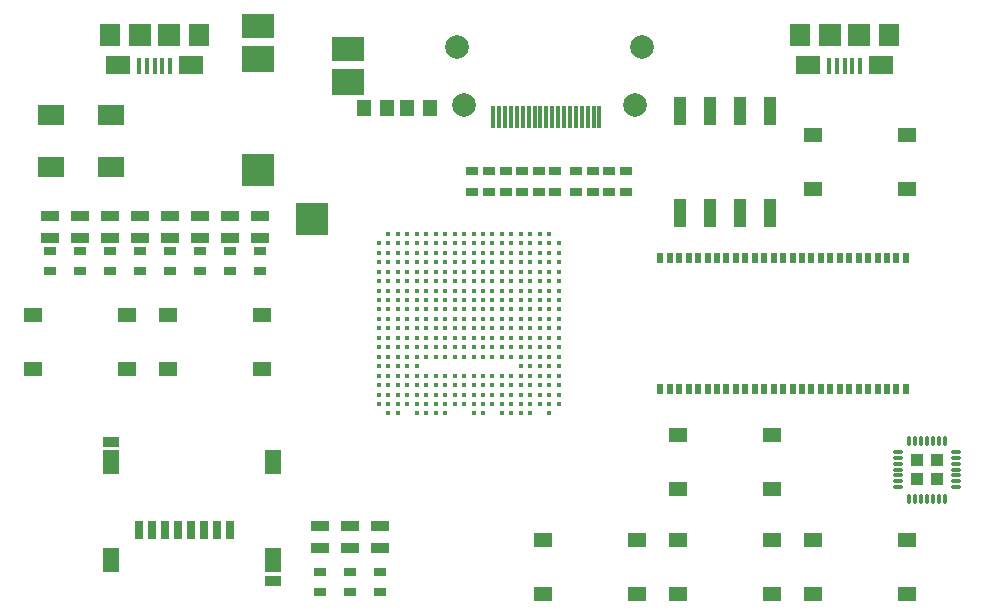
<source format=gtp>
G04 #@! TF.GenerationSoftware,KiCad,Pcbnew,5.0.0+dfsg1-1*
G04 #@! TF.CreationDate,2018-08-07T20:15:31+02:00*
G04 #@! TF.ProjectId,ulx3s,756C7833732E6B696361645F70636200,rev?*
G04 #@! TF.SameCoordinates,Original*
G04 #@! TF.FileFunction,Paste,Top*
G04 #@! TF.FilePolarity,Positive*
%FSLAX46Y46*%
G04 Gerber Fmt 4.6, Leading zero omitted, Abs format (unit mm)*
G04 Created by KiCad (PCBNEW 5.0.0+dfsg1-1) date Tue Aug  7 20:15:31 2018*
%MOMM*%
%LPD*%
G01*
G04 APERTURE LIST*
%ADD10C,0.400000*%
%ADD11R,0.300000X1.900000*%
%ADD12C,2.000000*%
%ADD13R,1.120000X2.440000*%
%ADD14R,0.560000X0.900000*%
%ADD15O,0.850000X0.300000*%
%ADD16O,0.300000X0.850000*%
%ADD17R,1.005000X1.005000*%
%ADD18R,2.800000X2.000000*%
%ADD19R,2.800000X2.200000*%
%ADD20R,2.800000X2.800000*%
%ADD21R,0.700000X1.500000*%
%ADD22R,1.450000X0.900000*%
%ADD23R,1.450000X2.000000*%
%ADD24R,2.200000X1.800000*%
%ADD25R,1.000000X0.670000*%
%ADD26R,1.500000X0.970000*%
%ADD27R,1.295000X1.400000*%
%ADD28R,1.800000X1.900000*%
%ADD29R,0.400000X1.350000*%
%ADD30R,1.900000X1.900000*%
%ADD31R,2.100000X1.600000*%
%ADD32R,1.550000X1.300000*%
G04 APERTURE END LIST*
D10*
G04 #@! TO.C,U1*
X145280000Y-95400000D03*
X143680000Y-95400000D03*
X142880000Y-95400000D03*
X142080000Y-95400000D03*
X141280000Y-95400000D03*
X139680000Y-95400000D03*
X138880000Y-95400000D03*
X136480000Y-95400000D03*
X135680000Y-95400000D03*
X134880000Y-95400000D03*
X134080000Y-95400000D03*
X132480000Y-95400000D03*
X131680000Y-95400000D03*
X146080000Y-94600000D03*
X145280000Y-94600000D03*
X144480000Y-94600000D03*
X143680000Y-94600000D03*
X142880000Y-94600000D03*
X142080000Y-94600000D03*
X141280000Y-94600000D03*
X140480000Y-94600000D03*
X139680000Y-94600000D03*
X138880000Y-94600000D03*
X138080000Y-94600000D03*
X137280000Y-94600000D03*
X136480000Y-94600000D03*
X135680000Y-94600000D03*
X134880000Y-94600000D03*
X134080000Y-94600000D03*
X133280000Y-94600000D03*
X132480000Y-94600000D03*
X131680000Y-94600000D03*
X130880000Y-94600000D03*
X146080000Y-93800000D03*
X145280000Y-93800000D03*
X144480000Y-93800000D03*
X143680000Y-93800000D03*
X142880000Y-93800000D03*
X142080000Y-93800000D03*
X141280000Y-93800000D03*
X140480000Y-93800000D03*
X139680000Y-93800000D03*
X138880000Y-93800000D03*
X138080000Y-93800000D03*
X137280000Y-93800000D03*
X136480000Y-93800000D03*
X135680000Y-93800000D03*
X134880000Y-93800000D03*
X134080000Y-93800000D03*
X133280000Y-93800000D03*
X132480000Y-93800000D03*
X131680000Y-93800000D03*
X130880000Y-93800000D03*
X146080000Y-93000000D03*
X145280000Y-93000000D03*
X144480000Y-93000000D03*
X143680000Y-93000000D03*
X142880000Y-93000000D03*
X142080000Y-93000000D03*
X141280000Y-93000000D03*
X140480000Y-93000000D03*
X139680000Y-93000000D03*
X138880000Y-93000000D03*
X138080000Y-93000000D03*
X137280000Y-93000000D03*
X136480000Y-93000000D03*
X135680000Y-93000000D03*
X134880000Y-93000000D03*
X134080000Y-93000000D03*
X133280000Y-93000000D03*
X132480000Y-93000000D03*
X131680000Y-93000000D03*
X130880000Y-93000000D03*
X146080000Y-92200000D03*
X145280000Y-92200000D03*
X144480000Y-92200000D03*
X143680000Y-92200000D03*
X142880000Y-92200000D03*
X142080000Y-92200000D03*
X141280000Y-92200000D03*
X140480000Y-92200000D03*
X139680000Y-92200000D03*
X138880000Y-92200000D03*
X138080000Y-92200000D03*
X137280000Y-92200000D03*
X136480000Y-92200000D03*
X135680000Y-92200000D03*
X134880000Y-92200000D03*
X134080000Y-92200000D03*
X133280000Y-92200000D03*
X132480000Y-92200000D03*
X131680000Y-92200000D03*
X130880000Y-92200000D03*
X146080000Y-91400000D03*
X145280000Y-91400000D03*
X144480000Y-91400000D03*
X143680000Y-91400000D03*
X142880000Y-91400000D03*
X134080000Y-91400000D03*
X133280000Y-91400000D03*
X132480000Y-91400000D03*
X131680000Y-91400000D03*
X130880000Y-91400000D03*
X146080000Y-90600000D03*
X145280000Y-90600000D03*
X144480000Y-90600000D03*
X143680000Y-90600000D03*
X142880000Y-90600000D03*
X142080000Y-90600000D03*
X141280000Y-90600000D03*
X140480000Y-90600000D03*
X139680000Y-90600000D03*
X138880000Y-90600000D03*
X138080000Y-90600000D03*
X137280000Y-90600000D03*
X136480000Y-90600000D03*
X135680000Y-90600000D03*
X134880000Y-90600000D03*
X134080000Y-90600000D03*
X133280000Y-90600000D03*
X132480000Y-90600000D03*
X131680000Y-90600000D03*
X130880000Y-90600000D03*
X146080000Y-89800000D03*
X145280000Y-89800000D03*
X144480000Y-89800000D03*
X143680000Y-89800000D03*
X142880000Y-89800000D03*
X142080000Y-89800000D03*
X141280000Y-89800000D03*
X140480000Y-89800000D03*
X139680000Y-89800000D03*
X138880000Y-89800000D03*
X138080000Y-89800000D03*
X137280000Y-89800000D03*
X136480000Y-89800000D03*
X135680000Y-89800000D03*
X134880000Y-89800000D03*
X134080000Y-89800000D03*
X133280000Y-89800000D03*
X132480000Y-89800000D03*
X131680000Y-89800000D03*
X130880000Y-89800000D03*
X146080000Y-89000000D03*
X145280000Y-89000000D03*
X144480000Y-89000000D03*
X143680000Y-89000000D03*
X142880000Y-89000000D03*
X142080000Y-89000000D03*
X141280000Y-89000000D03*
X140480000Y-89000000D03*
X139680000Y-89000000D03*
X138880000Y-89000000D03*
X138080000Y-89000000D03*
X137280000Y-89000000D03*
X136480000Y-89000000D03*
X135680000Y-89000000D03*
X134880000Y-89000000D03*
X134080000Y-89000000D03*
X133280000Y-89000000D03*
X132480000Y-89000000D03*
X131680000Y-89000000D03*
X130880000Y-89000000D03*
X146080000Y-88200000D03*
X145280000Y-88200000D03*
X144480000Y-88200000D03*
X143680000Y-88200000D03*
X142880000Y-88200000D03*
X142080000Y-88200000D03*
X141280000Y-88200000D03*
X140480000Y-88200000D03*
X139680000Y-88200000D03*
X138880000Y-88200000D03*
X138080000Y-88200000D03*
X137280000Y-88200000D03*
X136480000Y-88200000D03*
X135680000Y-88200000D03*
X134880000Y-88200000D03*
X134080000Y-88200000D03*
X133280000Y-88200000D03*
X132480000Y-88200000D03*
X131680000Y-88200000D03*
X130880000Y-88200000D03*
X146080000Y-87400000D03*
X145280000Y-87400000D03*
X144480000Y-87400000D03*
X143680000Y-87400000D03*
X142880000Y-87400000D03*
X142080000Y-87400000D03*
X141280000Y-87400000D03*
X140480000Y-87400000D03*
X139680000Y-87400000D03*
X138880000Y-87400000D03*
X138080000Y-87400000D03*
X137280000Y-87400000D03*
X136480000Y-87400000D03*
X135680000Y-87400000D03*
X134880000Y-87400000D03*
X134080000Y-87400000D03*
X133280000Y-87400000D03*
X132480000Y-87400000D03*
X131680000Y-87400000D03*
X130880000Y-87400000D03*
X146080000Y-86600000D03*
X145280000Y-86600000D03*
X144480000Y-86600000D03*
X143680000Y-86600000D03*
X142880000Y-86600000D03*
X142080000Y-86600000D03*
X141280000Y-86600000D03*
X140480000Y-86600000D03*
X139680000Y-86600000D03*
X138880000Y-86600000D03*
X138080000Y-86600000D03*
X137280000Y-86600000D03*
X136480000Y-86600000D03*
X135680000Y-86600000D03*
X134880000Y-86600000D03*
X134080000Y-86600000D03*
X133280000Y-86600000D03*
X132480000Y-86600000D03*
X131680000Y-86600000D03*
X130880000Y-86600000D03*
X146080000Y-85800000D03*
X145280000Y-85800000D03*
X144480000Y-85800000D03*
X143680000Y-85800000D03*
X142880000Y-85800000D03*
X142080000Y-85800000D03*
X141280000Y-85800000D03*
X140480000Y-85800000D03*
X139680000Y-85800000D03*
X138880000Y-85800000D03*
X138080000Y-85800000D03*
X137280000Y-85800000D03*
X136480000Y-85800000D03*
X135680000Y-85800000D03*
X134880000Y-85800000D03*
X134080000Y-85800000D03*
X133280000Y-85800000D03*
X132480000Y-85800000D03*
X131680000Y-85800000D03*
X130880000Y-85800000D03*
X146080000Y-85000000D03*
X145280000Y-85000000D03*
X144480000Y-85000000D03*
X143680000Y-85000000D03*
X142880000Y-85000000D03*
X142080000Y-85000000D03*
X141280000Y-85000000D03*
X140480000Y-85000000D03*
X139680000Y-85000000D03*
X138880000Y-85000000D03*
X138080000Y-85000000D03*
X137280000Y-85000000D03*
X136480000Y-85000000D03*
X135680000Y-85000000D03*
X134880000Y-85000000D03*
X134080000Y-85000000D03*
X133280000Y-85000000D03*
X132480000Y-85000000D03*
X131680000Y-85000000D03*
X130880000Y-85000000D03*
X146080000Y-84200000D03*
X145280000Y-84200000D03*
X144480000Y-84200000D03*
X143680000Y-84200000D03*
X142880000Y-84200000D03*
X142080000Y-84200000D03*
X141280000Y-84200000D03*
X140480000Y-84200000D03*
X139680000Y-84200000D03*
X138880000Y-84200000D03*
X138080000Y-84200000D03*
X137280000Y-84200000D03*
X136480000Y-84200000D03*
X135680000Y-84200000D03*
X134880000Y-84200000D03*
X134080000Y-84200000D03*
X133280000Y-84200000D03*
X132480000Y-84200000D03*
X131680000Y-84200000D03*
X130880000Y-84200000D03*
X146080000Y-83400000D03*
X145280000Y-83400000D03*
X144480000Y-83400000D03*
X143680000Y-83400000D03*
X142880000Y-83400000D03*
X142080000Y-83400000D03*
X141280000Y-83400000D03*
X140480000Y-83400000D03*
X139680000Y-83400000D03*
X138880000Y-83400000D03*
X138080000Y-83400000D03*
X137280000Y-83400000D03*
X136480000Y-83400000D03*
X135680000Y-83400000D03*
X134880000Y-83400000D03*
X134080000Y-83400000D03*
X133280000Y-83400000D03*
X132480000Y-83400000D03*
X131680000Y-83400000D03*
X130880000Y-83400000D03*
X146080000Y-82600000D03*
X145280000Y-82600000D03*
X144480000Y-82600000D03*
X143680000Y-82600000D03*
X142880000Y-82600000D03*
X142080000Y-82600000D03*
X141280000Y-82600000D03*
X140480000Y-82600000D03*
X139680000Y-82600000D03*
X138880000Y-82600000D03*
X138080000Y-82600000D03*
X137280000Y-82600000D03*
X136480000Y-82600000D03*
X135680000Y-82600000D03*
X134880000Y-82600000D03*
X134080000Y-82600000D03*
X133280000Y-82600000D03*
X132480000Y-82600000D03*
X131680000Y-82600000D03*
X130880000Y-82600000D03*
X146080000Y-81800000D03*
X145280000Y-81800000D03*
X144480000Y-81800000D03*
X143680000Y-81800000D03*
X142880000Y-81800000D03*
X142080000Y-81800000D03*
X141280000Y-81800000D03*
X140480000Y-81800000D03*
X139680000Y-81800000D03*
X138880000Y-81800000D03*
X138080000Y-81800000D03*
X137280000Y-81800000D03*
X136480000Y-81800000D03*
X135680000Y-81800000D03*
X134880000Y-81800000D03*
X134080000Y-81800000D03*
X133280000Y-81800000D03*
X132480000Y-81800000D03*
X131680000Y-81800000D03*
X130880000Y-81800000D03*
X146080000Y-81000000D03*
X145280000Y-81000000D03*
X144480000Y-81000000D03*
X143680000Y-81000000D03*
X142880000Y-81000000D03*
X142080000Y-81000000D03*
X141280000Y-81000000D03*
X140480000Y-81000000D03*
X139680000Y-81000000D03*
X138880000Y-81000000D03*
X138080000Y-81000000D03*
X137280000Y-81000000D03*
X136480000Y-81000000D03*
X135680000Y-81000000D03*
X134880000Y-81000000D03*
X134080000Y-81000000D03*
X133280000Y-81000000D03*
X132480000Y-81000000D03*
X131680000Y-81000000D03*
X130880000Y-81000000D03*
X145280000Y-80200000D03*
X144480000Y-80200000D03*
X143680000Y-80200000D03*
X142880000Y-80200000D03*
X142080000Y-80200000D03*
X141280000Y-80200000D03*
X140480000Y-80200000D03*
X139680000Y-80200000D03*
X138880000Y-80200000D03*
X138080000Y-80200000D03*
X137280000Y-80200000D03*
X136480000Y-80200000D03*
X135680000Y-80200000D03*
X134880000Y-80200000D03*
X134080000Y-80200000D03*
X133280000Y-80200000D03*
X132480000Y-80200000D03*
X131680000Y-80200000D03*
G04 #@! TD*
D11*
G04 #@! TO.C,GPDI1*
X149546000Y-70312000D03*
X149046000Y-70312000D03*
X148546000Y-70312000D03*
X148046000Y-70312000D03*
X147546000Y-70312000D03*
X147046000Y-70312000D03*
X146546000Y-70312000D03*
X146046000Y-70312000D03*
X145546000Y-70312000D03*
X145046000Y-70312000D03*
X144546000Y-70312000D03*
X144046000Y-70312000D03*
X143546000Y-70312000D03*
X143046000Y-70312000D03*
X142546000Y-70312000D03*
X142046000Y-70312000D03*
X141546000Y-70312000D03*
X141046000Y-70312000D03*
X140546000Y-70312000D03*
D12*
X152546000Y-69312000D03*
X138046000Y-69312000D03*
X153146000Y-64412000D03*
X137446000Y-64412000D03*
G04 #@! TD*
D13*
G04 #@! TO.C,SW1*
X156330000Y-69815000D03*
X163950000Y-78425000D03*
X158870000Y-69815000D03*
X161410000Y-78425000D03*
X161410000Y-69815000D03*
X158870000Y-78425000D03*
X163950000Y-69815000D03*
X156330000Y-78425000D03*
G04 #@! TD*
D14*
G04 #@! TO.C,U2*
X175493000Y-82270000D03*
X154693000Y-93330000D03*
X155493000Y-93330000D03*
X156293000Y-93330000D03*
X157093000Y-93330000D03*
X157893000Y-93330000D03*
X158693000Y-93330000D03*
X159493000Y-93330000D03*
X160293000Y-93330000D03*
X161093000Y-93330000D03*
X161893000Y-93330000D03*
X162693000Y-93330000D03*
X163493000Y-93330000D03*
X164293000Y-93330000D03*
X165093000Y-93330000D03*
X165893000Y-93330000D03*
X166693000Y-93330000D03*
X167493000Y-93330000D03*
X168293000Y-93330000D03*
X169093000Y-93330000D03*
X169893000Y-93330000D03*
X170693000Y-93330000D03*
X171493000Y-93330000D03*
X172293000Y-93330000D03*
X173093000Y-93330000D03*
X173893000Y-93330000D03*
X174693000Y-93330000D03*
X175493000Y-93330000D03*
X174693000Y-82270000D03*
X173893000Y-82270000D03*
X173093000Y-82270000D03*
X172293000Y-82270000D03*
X171493000Y-82270000D03*
X170693000Y-82270000D03*
X169893000Y-82270000D03*
X169093000Y-82270000D03*
X168293000Y-82270000D03*
X167493000Y-82270000D03*
X166693000Y-82270000D03*
X165893000Y-82270000D03*
X165093000Y-82270000D03*
X164293000Y-82270000D03*
X163493000Y-82270000D03*
X162693000Y-82270000D03*
X161893000Y-82270000D03*
X161093000Y-82270000D03*
X160293000Y-82270000D03*
X159493000Y-82270000D03*
X158693000Y-82270000D03*
X157893000Y-82270000D03*
X157093000Y-82270000D03*
X156293000Y-82270000D03*
X155493000Y-82270000D03*
X154693000Y-82270000D03*
G04 #@! TD*
D15*
G04 #@! TO.C,U8*
X179735000Y-101655000D03*
X179735000Y-101155000D03*
X179735000Y-100655000D03*
X179735000Y-100155000D03*
X179735000Y-99655000D03*
X179735000Y-99155000D03*
X179735000Y-98655000D03*
D16*
X178785000Y-97705000D03*
X178285000Y-97705000D03*
X177785000Y-97705000D03*
X177285000Y-97705000D03*
X176785000Y-97705000D03*
X176285000Y-97705000D03*
X175785000Y-97705000D03*
D15*
X174835000Y-98655000D03*
X174835000Y-99155000D03*
X174835000Y-99655000D03*
X174835000Y-100155000D03*
X174835000Y-100655000D03*
X174835000Y-101155000D03*
X174835000Y-101655000D03*
D16*
X175785000Y-102605000D03*
X176285000Y-102605000D03*
X176785000Y-102605000D03*
X177285000Y-102605000D03*
X177785000Y-102605000D03*
X178285000Y-102605000D03*
X178785000Y-102605000D03*
D17*
X176447500Y-99317500D03*
X176447500Y-100992500D03*
X178122500Y-99317500D03*
X178122500Y-100992500D03*
G04 #@! TD*
D18*
G04 #@! TO.C,AUDIO1*
X120668000Y-62618000D03*
D19*
X120668000Y-65418000D03*
D20*
X120668000Y-74818000D03*
X125218000Y-78918000D03*
D19*
X128268000Y-67318000D03*
D18*
X128268000Y-64518000D03*
G04 #@! TD*
D21*
G04 #@! TO.C,SD1*
X118250000Y-105250000D03*
X117150000Y-105250000D03*
X116050000Y-105250000D03*
X114950000Y-105250000D03*
X113850000Y-105250000D03*
X112750000Y-105250000D03*
X111650000Y-105250000D03*
X110550000Y-105250000D03*
D22*
X121925000Y-109550000D03*
X108175000Y-97850000D03*
D23*
X108175000Y-107850000D03*
X121925000Y-107850000D03*
X121925000Y-99550000D03*
X108175000Y-99550000D03*
G04 #@! TD*
D24*
G04 #@! TO.C,Y1*
X108212000Y-70160000D03*
X103132000Y-70160000D03*
X103132000Y-74560000D03*
X108212000Y-74560000D03*
G04 #@! TD*
D25*
G04 #@! TO.C,C36*
X150361000Y-76646000D03*
X150361000Y-74896000D03*
G04 #@! TD*
G04 #@! TO.C,C37*
X151758000Y-74896000D03*
X151758000Y-76646000D03*
G04 #@! TD*
G04 #@! TO.C,C38*
X140201000Y-74896000D03*
X140201000Y-76646000D03*
G04 #@! TD*
G04 #@! TO.C,C39*
X142995000Y-76646000D03*
X142995000Y-74896000D03*
G04 #@! TD*
G04 #@! TO.C,C40*
X145789000Y-76646000D03*
X145789000Y-74896000D03*
G04 #@! TD*
G04 #@! TO.C,C41*
X148964000Y-74896000D03*
X148964000Y-76646000D03*
G04 #@! TD*
G04 #@! TO.C,C42*
X138742800Y-76638600D03*
X138742800Y-74888600D03*
G04 #@! TD*
G04 #@! TO.C,C43*
X141598000Y-74896000D03*
X141598000Y-76646000D03*
G04 #@! TD*
G04 #@! TO.C,C44*
X144392000Y-74896000D03*
X144392000Y-76646000D03*
G04 #@! TD*
G04 #@! TO.C,C45*
X147567000Y-76634000D03*
X147567000Y-74884000D03*
G04 #@! TD*
D26*
G04 #@! TO.C,D19*
X130930000Y-106825000D03*
X130930000Y-104915000D03*
G04 #@! TD*
G04 #@! TO.C,D0*
X120770000Y-78644000D03*
X120770000Y-80554000D03*
G04 #@! TD*
G04 #@! TO.C,D1*
X118230000Y-80554000D03*
X118230000Y-78644000D03*
G04 #@! TD*
G04 #@! TO.C,D2*
X115690000Y-78644000D03*
X115690000Y-80554000D03*
G04 #@! TD*
G04 #@! TO.C,D3*
X113150000Y-78644000D03*
X113150000Y-80554000D03*
G04 #@! TD*
G04 #@! TO.C,D4*
X110610000Y-80554000D03*
X110610000Y-78644000D03*
G04 #@! TD*
G04 #@! TO.C,D5*
X108070000Y-80554000D03*
X108070000Y-78644000D03*
G04 #@! TD*
G04 #@! TO.C,D6*
X105545000Y-78644000D03*
X105545000Y-80554000D03*
G04 #@! TD*
G04 #@! TO.C,D7*
X102990000Y-80554000D03*
X102990000Y-78644000D03*
G04 #@! TD*
G04 #@! TO.C,D18*
X128390000Y-106825000D03*
X128390000Y-104915000D03*
G04 #@! TD*
G04 #@! TO.C,D22*
X125850000Y-104915000D03*
X125850000Y-106825000D03*
G04 #@! TD*
D25*
G04 #@! TO.C,R41*
X120770000Y-83377000D03*
X120770000Y-81627000D03*
G04 #@! TD*
G04 #@! TO.C,R42*
X118230000Y-81627000D03*
X118230000Y-83377000D03*
G04 #@! TD*
G04 #@! TO.C,R43*
X115690000Y-83377000D03*
X115690000Y-81627000D03*
G04 #@! TD*
G04 #@! TO.C,R44*
X113150000Y-81627000D03*
X113150000Y-83377000D03*
G04 #@! TD*
G04 #@! TO.C,R45*
X110610000Y-81627000D03*
X110610000Y-83377000D03*
G04 #@! TD*
G04 #@! TO.C,R46*
X108070000Y-83377000D03*
X108070000Y-81627000D03*
G04 #@! TD*
G04 #@! TO.C,R47*
X105530000Y-81627000D03*
X105530000Y-83377000D03*
G04 #@! TD*
G04 #@! TO.C,R48*
X102990000Y-83377000D03*
X102990000Y-81627000D03*
G04 #@! TD*
G04 #@! TO.C,R36*
X128390000Y-110555000D03*
X128390000Y-108805000D03*
G04 #@! TD*
G04 #@! TO.C,R37*
X130930000Y-110555000D03*
X130930000Y-108805000D03*
G04 #@! TD*
G04 #@! TO.C,R62*
X125850000Y-108805000D03*
X125850000Y-110555000D03*
G04 #@! TD*
D27*
G04 #@! TO.C,RV2*
X131531500Y-69566000D03*
X129596500Y-69566000D03*
G04 #@! TD*
G04 #@! TO.C,RV3*
X133279500Y-69566000D03*
X135214500Y-69566000D03*
G04 #@! TD*
D28*
G04 #@! TO.C,US1*
X108080000Y-63325000D03*
X115680000Y-63325000D03*
D29*
X110580000Y-66000000D03*
X111230000Y-66000000D03*
X111880000Y-66000000D03*
X112530000Y-66000000D03*
X113180000Y-66000000D03*
D30*
X110680000Y-63325000D03*
X113080000Y-63325000D03*
D31*
X108780000Y-65875000D03*
X114980000Y-65875000D03*
G04 #@! TD*
G04 #@! TO.C,US2*
X173400000Y-65875000D03*
X167200000Y-65875000D03*
D30*
X171500000Y-63325000D03*
X169100000Y-63325000D03*
D29*
X171600000Y-66000000D03*
X170950000Y-66000000D03*
X170300000Y-66000000D03*
X169650000Y-66000000D03*
X169000000Y-66000000D03*
D28*
X174100000Y-63325000D03*
X166500000Y-63325000D03*
G04 #@! TD*
D32*
G04 #@! TO.C,B0*
X175550000Y-71870000D03*
X175550000Y-76370000D03*
X167590000Y-76370000D03*
X167590000Y-71870000D03*
G04 #@! TD*
G04 #@! TO.C,B1*
X109510000Y-91610000D03*
X109510000Y-87110000D03*
X101550000Y-87110000D03*
X101550000Y-91610000D03*
G04 #@! TD*
G04 #@! TO.C,B2*
X112980000Y-91610000D03*
X112980000Y-87110000D03*
X120940000Y-87110000D03*
X120940000Y-91610000D03*
G04 #@! TD*
G04 #@! TO.C,B3*
X164120000Y-101770000D03*
X164120000Y-97270000D03*
X156160000Y-97270000D03*
X156160000Y-101770000D03*
G04 #@! TD*
G04 #@! TO.C,B4*
X164120000Y-106160000D03*
X164120000Y-110660000D03*
X156160000Y-110660000D03*
X156160000Y-106160000D03*
G04 #@! TD*
G04 #@! TO.C,B5*
X144730000Y-106160000D03*
X144730000Y-110660000D03*
X152690000Y-110660000D03*
X152690000Y-106160000D03*
G04 #@! TD*
G04 #@! TO.C,B6*
X175550000Y-106160000D03*
X175550000Y-110660000D03*
X167590000Y-110660000D03*
X167590000Y-106160000D03*
G04 #@! TD*
M02*

</source>
